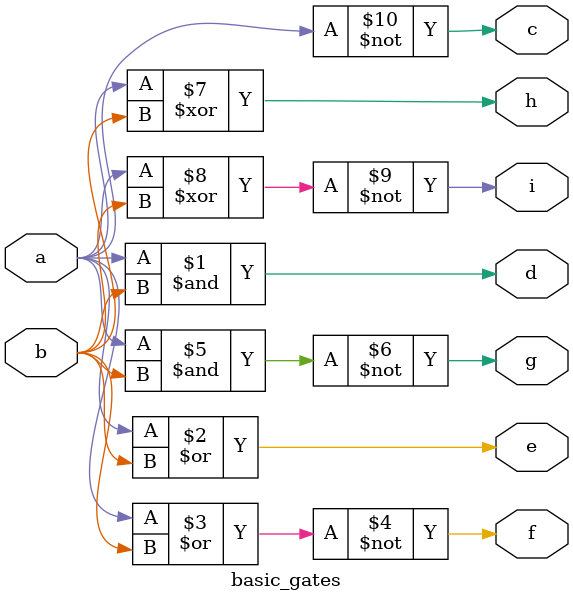
<source format=v>
module basic_gates(input a,b , output c,d,e,f,g,h,i);
not(c,a);
and(d,a,b);
or(e,a,b);
nor(f,a,b);
nand(g,a,b);
xor(h,a,b);
xnor(i,a,b);
endmodule

</source>
